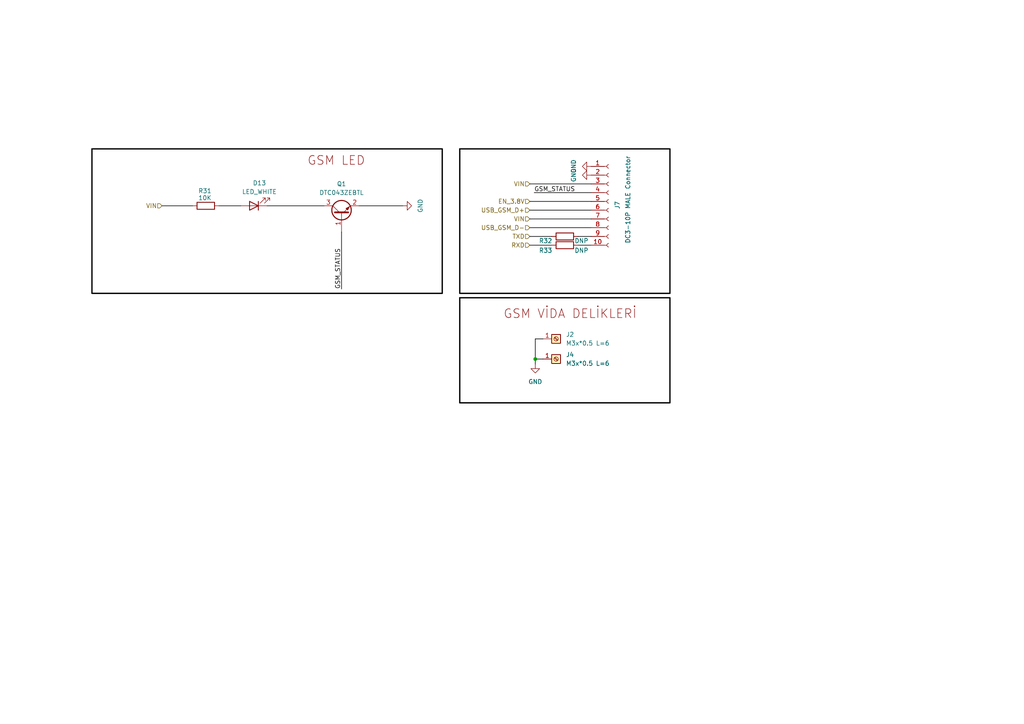
<source format=kicad_sch>
(kicad_sch (version 20231120) (generator "eeschema") (generator_version "8.0")
  (paper "A4")
  (lib_symbols
    (symbol "Connector:Conn_01x10_Socket" (pin_names (offset 1.016) hide)
      (property "Reference" "J" (at 0 12.7 0))
      (property "Value" "Conn_01x10_Socket" (at 0 -15.24 0))
      (symbol "Conn_01x10_Socket_1_1"
        (arc (start 0 -12.192) (mid -0.5058 -12.7) (end 0 -13.208) (stroke (width 0.1524)))
        (arc (start 0 -9.652) (mid -0.5058 -10.16) (end 0 -10.668) (stroke (width 0.1524)))
        (arc (start 0 -7.112) (mid -0.5058 -7.62) (end 0 -8.128) (stroke (width 0.1524)))
        (arc (start 0 -4.572) (mid -0.5058 -5.08) (end 0 -5.588) (stroke (width 0.1524)))
        (arc (start 0 -2.032) (mid -0.5058 -2.54) (end 0 -3.048) (stroke (width 0.1524)))
        (polyline (pts (xy -1.27 -12.7) (xy -0.508 -12.7)) (stroke (width 0.1524)))
        (polyline (pts (xy -1.27 -10.16) (xy -0.508 -10.16)) (stroke (width 0.1524)))
        (polyline (pts (xy -1.27 -7.62) (xy -0.508 -7.62)) (stroke (width 0.1524)))
        (polyline (pts (xy -1.27 -5.08) (xy -0.508 -5.08)) (stroke (width 0.1524)))
        (polyline (pts (xy -1.27 -2.54) (xy -0.508 -2.54)) (stroke (width 0.1524)))
        (polyline (pts (xy -1.27 0) (xy -0.508 0)) (stroke (width 0.1524)))
        (polyline (pts (xy -1.27 2.54) (xy -0.508 2.54)) (stroke (width 0.1524)))
        (polyline (pts (xy -1.27 5.08) (xy -0.508 5.08)) (stroke (width 0.1524)))
        (polyline (pts (xy -1.27 7.62) (xy -0.508 7.62)) (stroke (width 0.1524)))
        (polyline (pts (xy -1.27 10.16) (xy -0.508 10.16)) (stroke (width 0.1524)))
        (arc (start 0 0.508) (mid -0.5058 0) (end 0 -0.508) (stroke (width 0.1524)))
        (arc (start 0 3.048) (mid -0.5058 2.54) (end 0 2.032) (stroke (width 0.1524)))
        (arc (start 0 5.588) (mid -0.5058 5.08) (end 0 4.572) (stroke (width 0.1524)))
        (arc (start 0 8.128) (mid -0.5058 7.62) (end 0 7.112) (stroke (width 0.1524)))
        (arc (start 0 10.668) (mid -0.5058 10.16) (end 0 9.652) (stroke (width 0.1524)))
        (pin passive line (at -5.08 10.16 0) (length 3.81) (name "Pin_1") (number "1"))
        (pin passive line (at -5.08 -12.7 0) (length 3.81) (name "Pin_10") (number "10"))
        (pin passive line (at -5.08 7.62 0) (length 3.81) (name "Pin_2") (number "2"))
        (pin passive line (at -5.08 5.08 0) (length 3.81) (name "Pin_3") (number "3"))
        (pin passive line (at -5.08 2.54 0) (length 3.81) (name "Pin_4") (number "4"))
        (pin passive line (at -5.08 0 0) (length 3.81) (name "Pin_5") (number "5"))
        (pin passive line (at -5.08 -2.54 0) (length 3.81) (name "Pin_6") (number "6"))
        (pin passive line (at -5.08 -5.08 0) (length 3.81) (name "Pin_7") (number "7"))
        (pin passive line (at -5.08 -7.62 0) (length 3.81) (name "Pin_8") (number "8"))
        (pin passive line (at -5.08 -10.16 0) (length 3.81) (name "Pin_9") (number "9"))
      )
    )
    (symbol "Connector:Screw_Terminal_01x01" (pin_names (offset 1.016) hide)
      (property "Reference" "J23" (at 2.8515 1.2701 0))
      (property "Value" "M3x*0.5 L=8" (at 2.8515 -1.2699 0))
      (symbol "Screw_Terminal_01x01_1_1"
        (rectangle (start -1.27 1.27) (end 1.27 -1.27) (stroke (width 0.254)) (fill (type background)))
        (polyline (pts (xy -0.5334 0.3302) (xy 0.3302 -0.508)) (stroke (width 0.1524)))
        (polyline (pts (xy -0.3556 0.508) (xy 0.508 -0.3302)) (stroke (width 0.1524)))
        (circle (center 0 0) (radius 0.635) (stroke (width 0.1524)))
        (pin input line (at -3.81 0 0) (length 2.54) (name "1") (number "1"))
      )
    )
    (symbol "Device:LED" (pin_numbers hide) (pin_names (offset 1.016) hide)
      (property "Reference" "D" (at 0 2.54 0))
      (property "Value" "LED" (at 0 -2.54 0))
      (symbol "LED_0_1"
        (polyline (pts (xy -1.27 -1.27) (xy -1.27 1.27)) (stroke (width 0.254)))
        (polyline (pts (xy -1.27 0) (xy 1.27 0)))
        (polyline (pts (xy 1.27 -1.27) (xy 1.27 1.27) (xy -1.27 0) (xy 1.27 -1.27)) (stroke (width 0.254)))
        (polyline (pts (xy -3.048 -0.762) (xy -4.572 -2.286) (xy -3.81 -2.286) (xy -4.572 -2.286) (xy -4.572 -1.524)))
        (polyline (pts (xy -1.778 -0.762) (xy -3.302 -2.286) (xy -2.54 -2.286) (xy -3.302 -2.286) (xy -3.302 -1.524)))
      )
      (symbol "LED_1_1"
        (pin passive line (at -3.81 0 0) (length 2.54) (name "K") (number "1"))
        (pin passive line (at 3.81 0 180) (length 2.54) (name "A") (number "2"))
      )
    )
    (symbol "Device:R" (pin_numbers hide) (pin_names (offset 0))
      (property "Reference" "R" (at 2.032 0 90))
      (property "Value" "R" (at 0 0 90))
      (symbol "R_0_1"
        (rectangle (start -1.016 -2.54) (end 1.016 2.54) (stroke (width 0.254)))
      )
      (symbol "R_1_1"
        (pin passive line (at 0 3.81 270) (length 1.27) (name "~") (number "1"))
        (pin passive line (at 0 -3.81 90) (length 1.27) (name "~") (number "2"))
      )
    )
    (symbol "Screw_Terminal_01x01_1" (pin_names (offset 1.016) hide)
      (property "Reference" "J28" (at 2.8515 1.2701 0))
      (property "Value" "M3x*0.5 L=8" (at 2.8515 -1.2699 0))
      (symbol "Screw_Terminal_01x01_1_1_1"
        (rectangle (start -1.27 1.27) (end 1.27 -1.27) (stroke (width 0.254)) (fill (type background)))
        (polyline (pts (xy -0.5334 0.3302) (xy 0.3302 -0.508)) (stroke (width 0.1524)))
        (polyline (pts (xy -0.3556 0.508) (xy 0.508 -0.3302)) (stroke (width 0.1524)))
        (circle (center 0 0) (radius 0.635) (stroke (width 0.1524)))
        (pin input line (at -3.81 0 0) (length 2.54) (name "1") (number "1"))
      )
    )
    (symbol "Transistor_BJT:2SC1945" (pin_names (offset 0) hide)
      (property "Reference" "Q" (at 5.08 1.905 0))
      (property "Value" "2SC1945" (at 5.08 0 0))
      (symbol "2SC1945_0_1"
        (polyline (pts (xy 0 0) (xy 0.635 0)))
        (polyline (pts (xy 2.54 2.54) (xy 0.635 0.635)))
        (polyline (pts (xy 0.635 1.905) (xy 0.635 -1.905) (xy 0.635 -1.905)) (stroke (width 0.508)))
        (polyline (pts (xy 2.286 -2.286) (xy 1.778 -1.778) (xy 1.778 -1.778)))
        (polyline (pts (xy 2.54 -2.54) (xy 0.635 -0.635) (xy 1.27 -1.27)) (fill (type outline)))
        (polyline (pts (xy 1.27 -1.778) (xy 1.778 -1.27) (xy 2.286 -2.286) (xy 1.27 -1.778) (xy 1.27 -1.778)) (fill (type outline)))
        (circle (center 1.27 0) (radius 2.8194) (stroke (width 0.3048)))
      )
      (symbol "2SC1945_1_1"
        (pin input line (at -5.08 0 0) (length 5.08) (name "B") (number "1"))
        (pin passive line (at 2.54 -5.08 90) (length 2.54) (name "E") (number "2"))
        (pin passive line (at 2.54 5.08 270) (length 2.54) (name "C") (number "3"))
      )
    )
    (symbol "power:GND" (power) (pin_names (offset 0))
      (property "Value" "GND" (at 0 -3.81 0))
      (symbol "GND_0_1"
        (polyline (pts (xy 0 0) (xy 0 -1.27) (xy 1.27 -1.27) (xy 0 -2.54) (xy -1.27 -1.27) (xy 0 -1.27)))
      )
      (symbol "GND_1_1"
        (pin power_in line (at 0 0 270) (length 0) hide (name "GND") (number "1"))
      )
    )
  )
  (junction (at 155.2515 104.14))
  (wire (pts (xy 153.67 66.04) (xy 171.45 66.04)) (stroke (width 0.1778) (color 0 0 0 1)))
  (wire (pts (xy 155.2515 104.14) (xy 155.2515 98.2898)) (stroke (width 0.1778) (color 0 0 0 1)))
  (wire (pts (xy 155.2515 104.14) (xy 157.48 104.14)) (stroke (width 0.1778) (color 0 0 0 1)))
  (wire (pts (xy 153.67 58.42) (xy 171.45 58.42)) (stroke (width 0.1778) (color 0 0 0 1)))
  (wire (pts (xy 155.2515 98.2898) (xy 157.48 98.2898)) (stroke (width 0.1778) (color 0 0 0 1)))
  (wire (pts (xy 99.06 83.82) (xy 99.06 67.31)) (stroke (width 0.1778) (color 0 0 0 1)))
  (wire (pts (xy 153.67 71.12) (xy 160.02 71.12)) (stroke (width 0.1778) (color 0 0 0 1)))
  (wire (pts (xy 77.47 59.69) (xy 93.98 59.69)) (stroke (width 0.1778) (color 0 0 0 1)))
  (wire (pts (xy 167.64 71.12) (xy 171.45 71.12)) (stroke (width 0.1778) (color 0 0 0 1)))
  (wire (pts (xy 63.5 59.69) (xy 69.85 59.69)) (stroke (width 0.1778) (color 0 0 0 1)))
  (wire (pts (xy 154.94 55.88) (xy 171.45 55.88)) (stroke (width 0.1778) (color 0 0 0 1)))
  (wire (pts (xy 153.67 53.34) (xy 171.45 53.34)) (stroke (width 0.1778) (color 0 0 0 1)))
  (wire (pts (xy 153.67 63.5) (xy 171.45 63.5)) (stroke (width 0.1778) (color 0 0 0 1)))
  (wire (pts (xy 104.14 59.69) (xy 116.84 59.69)) (stroke (width 0.1778) (color 0 0 0 1)))
  (wire (pts (xy 155.2515 105.643) (xy 155.2515 104.14)) (stroke (width 0.1778) (color 0 0 0 1)))
  (wire (pts (xy 153.67 68.58) (xy 160.02 68.58)) (stroke (width 0.1778) (color 0 0 0 1)))
  (wire (pts (xy 167.64 68.58) (xy 171.45 68.58)) (stroke (width 0.1778) (color 0 0 0 1)))
  (wire (pts (xy 46.99 59.69) (xy 55.88 59.69)) (stroke (width 0.1778) (color 0 0 0 1)))
  (wire (pts (xy 153.67 60.96) (xy 171.45 60.96)) (stroke (width 0.1778) (color 0 0 0 1)))
  (rectangle (start 133.35 86.36) (end 194.31 116.84) (stroke (width 0.381) (color 0 0 0 1)))
  (rectangle (start 26.67 43.18) (end 128.27 85.09) (stroke (width 0.381) (color 0 0 0 1)))
  (rectangle (start 133.35 43.18) (end 194.31 85.09) (stroke (width 0.381) (color 0 0 0 1)))
  (text "GSM VİDA DELİKLERİ\n" (at 165.354 91.186 0) (effects (font (size 2.54 2.54))))
  (text "GSM LED" (at 97.536 46.736 0) (effects (font (size 2.54 2.54))))
  (label "GSM_STATUS" (at 99.06 83.82 90))
  (label "GSM_STATUS" (at 154.94 55.88 0))
  (hierarchical_label "RXD" (shape input) (at 153.67 71.12 180))
  (hierarchical_label "VIN" (shape input) (at 153.67 53.34 180))
  (hierarchical_label "EN_3.8V" (shape input) (at 153.67 58.42 180))
  (hierarchical_label "TXD" (shape input) (at 153.67 68.58 180))
  (hierarchical_label "USB_GSM_D+" (shape input) (at 153.67 60.96 180))
  (hierarchical_label "USB_GSM_D-" (shape input) (at 153.67 66.04 180))
  (hierarchical_label "VIN" (shape input) (at 153.67 63.5 180))
  (hierarchical_label "VIN" (shape input) (at 46.99 59.69 180))
  (symbol (lib_id "Device:R") (at 163.83 71.12 270) (unit 1)
    (property "Reference" "R33" (at 158.242 72.644 90))
    (property "Value" "DNP" (at 168.656 72.644 90))
    (property "Footprint" "Resistor_SMD:R_0603_1608Metric" (effects (hide yes)))
  )
  (symbol (lib_id "power:GND") (at 155.2515 105.643 0) (unit 1)
    (property "Reference" "#PWR059" (effects (hide yes)))
    (property "Value" "GND" (at 155.2515 110.723 0))
  )
  (symbol (lib_id "power:GND") (at 116.84 59.69 90) (unit 1)
    (property "Reference" "#PWR058" (effects (hide yes)))
    (property "Value" "GND" (at 121.92 59.69 0))
  )
  (symbol (lib_id "Connector:Screw_Terminal_01x01") (at 161.29 98.2898 0) (unit 1)
    (property "Reference" "J2" (at 164.1415 97.0197 0) (effects (justify left)))
    (property "Value" "M3x*0.5 L=6" (at 164.1415 99.5597 0) (effects (justify left)))
    (property "Footprint" "Footprint Library:Screw Terminal Shinbo" (effects (hide yes)))
    (property "Description" "Board mounting elevator    M3 hole size, 4 pins PCB-64-M3" (effects (hide yes)))
    (property "MPN" "SMTSO-M3-6ET" (effects (hide yes)))
  )
  (symbol (lib_id "Device:R") (at 59.69 59.69 270) (unit 1)
    (property "Reference" "R31" (at 59.436 55.372 90))
    (property "Value" "10K" (at 59.436 57.404 90))
    (property "Footprint" "Resistor_SMD:R_0603_1608Metric" (effects (hide yes)))
    (property "MPN" "0603WAF1001T5E" (effects (hide yes)))
  )
  (symbol (lib_id "Transistor_BJT:2SC1945") (at 99.06 62.23 90) (unit 1)
    (property "Reference" "Q1" (at 99.06 53.34 90))
    (property "Value" "DTC043ZEBTL" (at 99.06 55.88 90))
    (property "Footprint" "Package_TO_SOT_SMD:SOT-416" (effects (hide yes)))
    (property "MPN" "DTC043ZEBTL" (effects (hide yes)))
  )
  (symbol (lib_name "Screw_Terminal_01x01_1") (lib_id "Connector:Screw_Terminal_01x01") (at 161.29 104.14 0) (unit 1)
    (property "Reference" "J4" (at 164.1415 102.8699 0) (effects (justify left)))
    (property "Value" "M3x*0.5 L=6" (at 164.1415 105.4099 0) (effects (justify left)))
    (property "Footprint" "Footprint Library:Screw Terminal Shinbo" (effects (hide yes)))
    (property "Description" "Board mounting elevator    M3 hole size, 4 pins PCB-64-M3" (effects (hide yes)))
    (property "MPN" "SMTSO-M3-6ET" (effects (hide yes)))
  )
  (symbol (lib_id "Device:LED") (at 73.66 59.69 180) (unit 1)
    (property "Reference" "D13" (at 75.2475 53.086 0))
    (property "Value" "LED_WHITE" (at 75.2475 55.626 0))
    (property "Footprint" "LED_SMD:LED_0603_1608Metric" (effects (hide yes)))
    (property "Description" "Light emitting diode" (effects (hide yes)))
    (property "MPN" "0603 翠绿色 LED" (effects (hide yes)))
  )
  (symbol (lib_id "Connector:Conn_01x10_Socket") (at 176.53 58.42 0) (unit 1)
    (property "Reference" "J7" (at 179.07 60.706 90) (effects (justify left)))
    (property "Value" "DC3-10P MALE Connector" (at 182.118 70.612 90) (effects (justify left)))
    (property "Footprint" "Footprint Library:GSM connector" (effects (hide yes)))
    (property "Description" "Generic connector, single row, 01x10, script generated" (effects (hide yes)))
    (property "MPN" "DC3-10P MALE Connector" (effects (hide yes)))
  )
  (symbol (lib_id "Device:R") (at 163.83 68.58 270) (unit 1)
    (property "Reference" "R32" (at 158.242 69.85 90))
    (property "Value" "DNP" (at 168.656 69.85 90))
    (property "Footprint" "Resistor_SMD:R_0603_1608Metric" (effects (hide yes)))
  )
  (symbol (lib_id "power:GND") (at 171.45 50.8 270) (unit 1)
    (property "Reference" "#PWR061" (effects (hide yes)))
    (property "Value" "GND" (at 166.37 50.8 0))
  )
  (symbol (lib_id "power:GND") (at 171.45 48.26 270) (unit 1)
    (property "Reference" "#PWR060" (effects (hide yes)))
    (property "Value" "GND" (at 166.37 48.26 0))
  )
)
</source>
